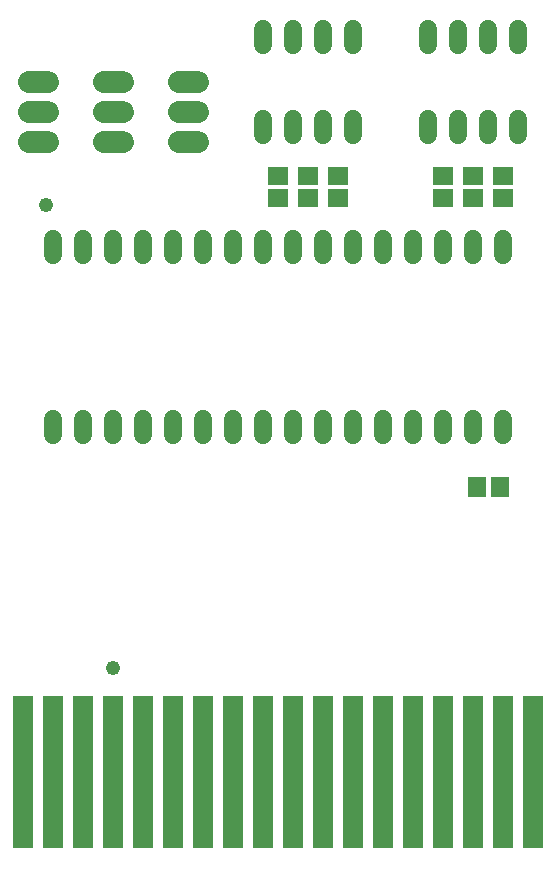
<source format=gbr>
G04 EAGLE Gerber RS-274X export*
G75*
%MOMM*%
%FSLAX34Y34*%
%LPD*%
%INSoldermask Top*%
%IPPOS*%
%AMOC8*
5,1,8,0,0,1.08239X$1,22.5*%
G01*
%ADD10R,1.727200X12.903200*%
%ADD11R,1.703200X1.503200*%
%ADD12C,1.524000*%
%ADD13R,1.503200X1.703200*%
%ADD14C,1.853200*%
%ADD15C,1.209600*%


D10*
X38100Y76200D03*
X63500Y76200D03*
X88900Y76200D03*
X114300Y76200D03*
X139700Y76200D03*
X165100Y76200D03*
X190500Y76200D03*
X215900Y76200D03*
X241300Y76200D03*
X266700Y76200D03*
X292100Y76200D03*
X317500Y76200D03*
X342900Y76200D03*
X368300Y76200D03*
X393700Y76200D03*
X419100Y76200D03*
X444500Y76200D03*
X469900Y76200D03*
D11*
X254000Y581000D03*
X254000Y562000D03*
X279400Y562000D03*
X279400Y581000D03*
D12*
X444500Y527304D02*
X444500Y514096D01*
X419100Y514096D02*
X419100Y527304D01*
X292100Y527304D02*
X292100Y514096D01*
X266700Y514096D02*
X266700Y527304D01*
X393700Y527304D02*
X393700Y514096D01*
X368300Y514096D02*
X368300Y527304D01*
X317500Y527304D02*
X317500Y514096D01*
X342900Y514096D02*
X342900Y527304D01*
X241300Y527304D02*
X241300Y514096D01*
X215900Y514096D02*
X215900Y527304D01*
X190500Y527304D02*
X190500Y514096D01*
X165100Y514096D02*
X165100Y527304D01*
X139700Y527304D02*
X139700Y514096D01*
X114300Y514096D02*
X114300Y527304D01*
X88900Y527304D02*
X88900Y514096D01*
X63500Y514096D02*
X63500Y527304D01*
X63500Y374904D02*
X63500Y361696D01*
X88900Y361696D02*
X88900Y374904D01*
X114300Y374904D02*
X114300Y361696D01*
X139700Y361696D02*
X139700Y374904D01*
X165100Y374904D02*
X165100Y361696D01*
X190500Y361696D02*
X190500Y374904D01*
X215900Y374904D02*
X215900Y361696D01*
X241300Y361696D02*
X241300Y374904D01*
X266700Y374904D02*
X266700Y361696D01*
X292100Y361696D02*
X292100Y374904D01*
X317500Y374904D02*
X317500Y361696D01*
X342900Y361696D02*
X342900Y374904D01*
X368300Y374904D02*
X368300Y361696D01*
X393700Y361696D02*
X393700Y374904D01*
X419100Y374904D02*
X419100Y361696D01*
X444500Y361696D02*
X444500Y374904D01*
D11*
X304800Y562000D03*
X304800Y581000D03*
D12*
X317500Y691896D02*
X317500Y705104D01*
X292100Y705104D02*
X292100Y691896D01*
X292100Y628904D02*
X292100Y615696D01*
X317500Y615696D02*
X317500Y628904D01*
X266700Y691896D02*
X266700Y705104D01*
X241300Y705104D02*
X241300Y691896D01*
X266700Y628904D02*
X266700Y615696D01*
X241300Y615696D02*
X241300Y628904D01*
D11*
X444500Y562000D03*
X444500Y581000D03*
D13*
X422300Y317500D03*
X441300Y317500D03*
D12*
X457200Y691896D02*
X457200Y705104D01*
X431800Y705104D02*
X431800Y691896D01*
X431800Y628904D02*
X431800Y615696D01*
X457200Y615696D02*
X457200Y628904D01*
X406400Y691896D02*
X406400Y705104D01*
X381000Y705104D02*
X381000Y691896D01*
X406400Y628904D02*
X406400Y615696D01*
X381000Y615696D02*
X381000Y628904D01*
D11*
X393700Y562000D03*
X393700Y581000D03*
X419100Y562000D03*
X419100Y581000D03*
D14*
X186050Y609600D02*
X169550Y609600D01*
X169550Y635000D02*
X186050Y635000D01*
X186050Y660400D02*
X169550Y660400D01*
X122550Y609600D02*
X106050Y609600D01*
X106050Y635000D02*
X122550Y635000D01*
X122550Y660400D02*
X106050Y660400D01*
X59050Y609600D02*
X42550Y609600D01*
X42550Y635000D02*
X59050Y635000D01*
X59050Y660400D02*
X42550Y660400D01*
D15*
X57150Y556260D03*
X113665Y164465D03*
M02*

</source>
